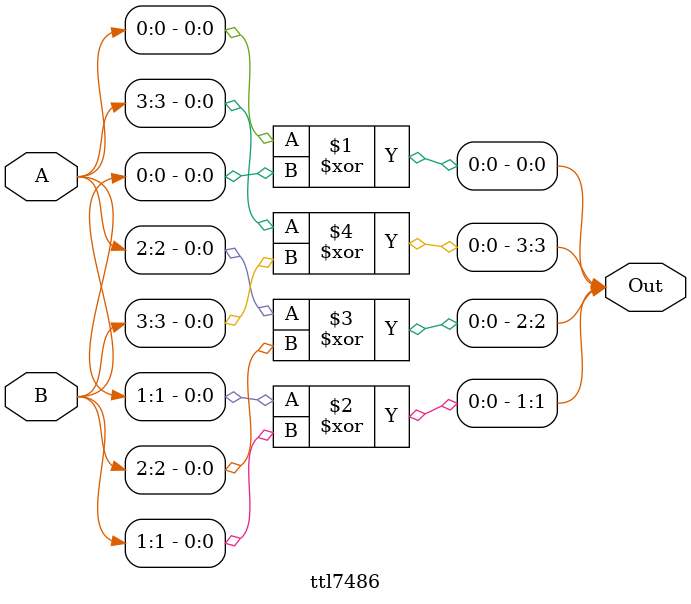
<source format=v>
module ttl7486(Out, A, B);
    output [3:0] Out;
    input [3:0] A;
    input [3:0] B;

    xor #20 (Out[0], A[0], B[0]);
    xor #20 (Out[1], A[1], B[1]);
    xor #20 (Out[2], A[2], B[2]);
    xor #20 (Out[3], A[3], B[3]);
endmodule

</source>
